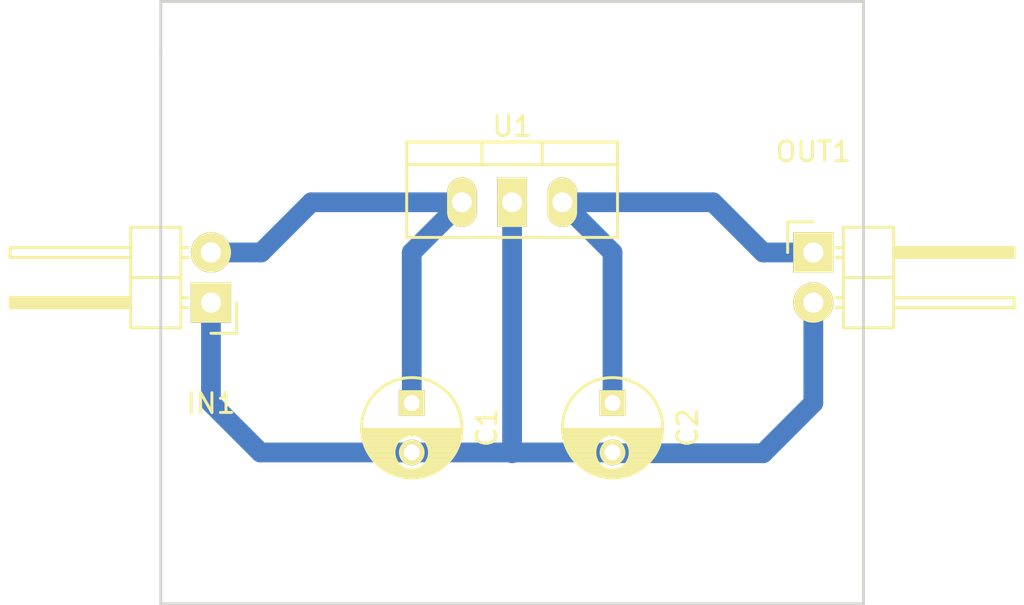
<source format=kicad_pcb>
(kicad_pcb (version 4) (host pcbnew 4.0.1-stable)

  (general
    (links 8)
    (no_connects 1)
    (area 154.224999 96.444999 206.455001 127.075001)
    (thickness 1.6)
    (drawings 5)
    (tracks 24)
    (zones 0)
    (modules 5)
    (nets 4)
  )

  (page A4)
  (layers
    (0 F.Cu signal)
    (31 B.Cu signal)
    (32 B.Adhes user)
    (33 F.Adhes user)
    (34 B.Paste user)
    (35 F.Paste user)
    (36 B.SilkS user)
    (37 F.SilkS user)
    (38 B.Mask user)
    (39 F.Mask user)
    (40 Dwgs.User user)
    (41 Cmts.User user)
    (42 Eco1.User user)
    (43 Eco2.User user)
    (44 Edge.Cuts user)
    (45 Margin user)
    (46 B.CrtYd user)
    (47 F.CrtYd user)
    (48 B.Fab user)
    (49 F.Fab user)
  )

  (setup
    (last_trace_width 1)
    (user_trace_width 1)
    (trace_clearance 0.2)
    (zone_clearance 0.508)
    (zone_45_only no)
    (trace_min 0.2)
    (segment_width 0.2)
    (edge_width 0.15)
    (via_size 0.6)
    (via_drill 0.4)
    (via_min_size 0.4)
    (via_min_drill 0.3)
    (uvia_size 0.3)
    (uvia_drill 0.1)
    (uvias_allowed no)
    (uvia_min_size 0.2)
    (uvia_min_drill 0.1)
    (pcb_text_width 0.3)
    (pcb_text_size 1.5 1.5)
    (mod_edge_width 0.15)
    (mod_text_size 1 1)
    (mod_text_width 0.15)
    (pad_size 1.524 1.524)
    (pad_drill 0.762)
    (pad_to_mask_clearance 0.2)
    (aux_axis_origin 0 0)
    (visible_elements FFFFFF7F)
    (pcbplotparams
      (layerselection 0x00030_80000001)
      (usegerberextensions false)
      (excludeedgelayer true)
      (linewidth 0.100000)
      (plotframeref false)
      (viasonmask false)
      (mode 1)
      (useauxorigin false)
      (hpglpennumber 1)
      (hpglpenspeed 20)
      (hpglpendiameter 15)
      (hpglpenoverlay 2)
      (psnegative false)
      (psa4output false)
      (plotreference true)
      (plotvalue true)
      (plotinvisibletext false)
      (padsonsilk false)
      (subtractmaskfromsilk false)
      (outputformat 1)
      (mirror false)
      (drillshape 1)
      (scaleselection 1)
      (outputdirectory ""))
  )

  (net 0 "")
  (net 1 "Net-(C1-Pad1)")
  (net 2 GND)
  (net 3 "Net-(C2-Pad1)")

  (net_class Default "This is the default net class."
    (clearance 0.2)
    (trace_width 0.25)
    (via_dia 0.6)
    (via_drill 0.4)
    (uvia_dia 0.3)
    (uvia_drill 0.1)
    (add_net GND)
    (add_net "Net-(C1-Pad1)")
    (add_net "Net-(C2-Pad1)")
  )

  (module Capacitors_ThroughHole:C_Radial_D5_L11_P2.5 (layer F.Cu) (tedit 0) (tstamp 5764F61E)
    (at 175.26 116.84 270)
    (descr "Radial Electrolytic Capacitor Diameter 5mm x Length 11mm, Pitch 2.5mm")
    (tags "Electrolytic Capacitor")
    (path /5764EAD8)
    (fp_text reference C1 (at 1.25 -3.8 270) (layer F.SilkS)
      (effects (font (size 1 1) (thickness 0.15)))
    )
    (fp_text value 10uF (at 1.25 3.8 270) (layer F.Fab)
      (effects (font (size 1 1) (thickness 0.15)))
    )
    (fp_line (start 1.325 -2.499) (end 1.325 2.499) (layer F.SilkS) (width 0.15))
    (fp_line (start 1.465 -2.491) (end 1.465 2.491) (layer F.SilkS) (width 0.15))
    (fp_line (start 1.605 -2.475) (end 1.605 -0.095) (layer F.SilkS) (width 0.15))
    (fp_line (start 1.605 0.095) (end 1.605 2.475) (layer F.SilkS) (width 0.15))
    (fp_line (start 1.745 -2.451) (end 1.745 -0.49) (layer F.SilkS) (width 0.15))
    (fp_line (start 1.745 0.49) (end 1.745 2.451) (layer F.SilkS) (width 0.15))
    (fp_line (start 1.885 -2.418) (end 1.885 -0.657) (layer F.SilkS) (width 0.15))
    (fp_line (start 1.885 0.657) (end 1.885 2.418) (layer F.SilkS) (width 0.15))
    (fp_line (start 2.025 -2.377) (end 2.025 -0.764) (layer F.SilkS) (width 0.15))
    (fp_line (start 2.025 0.764) (end 2.025 2.377) (layer F.SilkS) (width 0.15))
    (fp_line (start 2.165 -2.327) (end 2.165 -0.835) (layer F.SilkS) (width 0.15))
    (fp_line (start 2.165 0.835) (end 2.165 2.327) (layer F.SilkS) (width 0.15))
    (fp_line (start 2.305 -2.266) (end 2.305 -0.879) (layer F.SilkS) (width 0.15))
    (fp_line (start 2.305 0.879) (end 2.305 2.266) (layer F.SilkS) (width 0.15))
    (fp_line (start 2.445 -2.196) (end 2.445 -0.898) (layer F.SilkS) (width 0.15))
    (fp_line (start 2.445 0.898) (end 2.445 2.196) (layer F.SilkS) (width 0.15))
    (fp_line (start 2.585 -2.114) (end 2.585 -0.896) (layer F.SilkS) (width 0.15))
    (fp_line (start 2.585 0.896) (end 2.585 2.114) (layer F.SilkS) (width 0.15))
    (fp_line (start 2.725 -2.019) (end 2.725 -0.871) (layer F.SilkS) (width 0.15))
    (fp_line (start 2.725 0.871) (end 2.725 2.019) (layer F.SilkS) (width 0.15))
    (fp_line (start 2.865 -1.908) (end 2.865 -0.823) (layer F.SilkS) (width 0.15))
    (fp_line (start 2.865 0.823) (end 2.865 1.908) (layer F.SilkS) (width 0.15))
    (fp_line (start 3.005 -1.78) (end 3.005 -0.745) (layer F.SilkS) (width 0.15))
    (fp_line (start 3.005 0.745) (end 3.005 1.78) (layer F.SilkS) (width 0.15))
    (fp_line (start 3.145 -1.631) (end 3.145 -0.628) (layer F.SilkS) (width 0.15))
    (fp_line (start 3.145 0.628) (end 3.145 1.631) (layer F.SilkS) (width 0.15))
    (fp_line (start 3.285 -1.452) (end 3.285 -0.44) (layer F.SilkS) (width 0.15))
    (fp_line (start 3.285 0.44) (end 3.285 1.452) (layer F.SilkS) (width 0.15))
    (fp_line (start 3.425 -1.233) (end 3.425 1.233) (layer F.SilkS) (width 0.15))
    (fp_line (start 3.565 -0.944) (end 3.565 0.944) (layer F.SilkS) (width 0.15))
    (fp_line (start 3.705 -0.472) (end 3.705 0.472) (layer F.SilkS) (width 0.15))
    (fp_circle (center 2.5 0) (end 2.5 -0.9) (layer F.SilkS) (width 0.15))
    (fp_circle (center 1.25 0) (end 1.25 -2.5375) (layer F.SilkS) (width 0.15))
    (fp_circle (center 1.25 0) (end 1.25 -2.8) (layer F.CrtYd) (width 0.05))
    (pad 1 thru_hole rect (at 0 0 270) (size 1.3 1.3) (drill 0.8) (layers *.Cu *.Mask F.SilkS)
      (net 1 "Net-(C1-Pad1)"))
    (pad 2 thru_hole circle (at 2.5 0 270) (size 1.3 1.3) (drill 0.8) (layers *.Cu *.Mask F.SilkS)
      (net 2 GND))
    (model Capacitors_ThroughHole.3dshapes/C_Radial_D5_L11_P2.5.wrl
      (at (xyz 0.049213 0 0))
      (scale (xyz 1 1 1))
      (rotate (xyz 0 0 90))
    )
  )

  (module Capacitors_ThroughHole:C_Radial_D5_L11_P2.5 (layer F.Cu) (tedit 0) (tstamp 5764F624)
    (at 185.42 116.84 270)
    (descr "Radial Electrolytic Capacitor Diameter 5mm x Length 11mm, Pitch 2.5mm")
    (tags "Electrolytic Capacitor")
    (path /5764EB25)
    (fp_text reference C2 (at 1.25 -3.8 270) (layer F.SilkS)
      (effects (font (size 1 1) (thickness 0.15)))
    )
    (fp_text value 10uF (at 1.25 3.8 270) (layer F.Fab)
      (effects (font (size 1 1) (thickness 0.15)))
    )
    (fp_line (start 1.325 -2.499) (end 1.325 2.499) (layer F.SilkS) (width 0.15))
    (fp_line (start 1.465 -2.491) (end 1.465 2.491) (layer F.SilkS) (width 0.15))
    (fp_line (start 1.605 -2.475) (end 1.605 -0.095) (layer F.SilkS) (width 0.15))
    (fp_line (start 1.605 0.095) (end 1.605 2.475) (layer F.SilkS) (width 0.15))
    (fp_line (start 1.745 -2.451) (end 1.745 -0.49) (layer F.SilkS) (width 0.15))
    (fp_line (start 1.745 0.49) (end 1.745 2.451) (layer F.SilkS) (width 0.15))
    (fp_line (start 1.885 -2.418) (end 1.885 -0.657) (layer F.SilkS) (width 0.15))
    (fp_line (start 1.885 0.657) (end 1.885 2.418) (layer F.SilkS) (width 0.15))
    (fp_line (start 2.025 -2.377) (end 2.025 -0.764) (layer F.SilkS) (width 0.15))
    (fp_line (start 2.025 0.764) (end 2.025 2.377) (layer F.SilkS) (width 0.15))
    (fp_line (start 2.165 -2.327) (end 2.165 -0.835) (layer F.SilkS) (width 0.15))
    (fp_line (start 2.165 0.835) (end 2.165 2.327) (layer F.SilkS) (width 0.15))
    (fp_line (start 2.305 -2.266) (end 2.305 -0.879) (layer F.SilkS) (width 0.15))
    (fp_line (start 2.305 0.879) (end 2.305 2.266) (layer F.SilkS) (width 0.15))
    (fp_line (start 2.445 -2.196) (end 2.445 -0.898) (layer F.SilkS) (width 0.15))
    (fp_line (start 2.445 0.898) (end 2.445 2.196) (layer F.SilkS) (width 0.15))
    (fp_line (start 2.585 -2.114) (end 2.585 -0.896) (layer F.SilkS) (width 0.15))
    (fp_line (start 2.585 0.896) (end 2.585 2.114) (layer F.SilkS) (width 0.15))
    (fp_line (start 2.725 -2.019) (end 2.725 -0.871) (layer F.SilkS) (width 0.15))
    (fp_line (start 2.725 0.871) (end 2.725 2.019) (layer F.SilkS) (width 0.15))
    (fp_line (start 2.865 -1.908) (end 2.865 -0.823) (layer F.SilkS) (width 0.15))
    (fp_line (start 2.865 0.823) (end 2.865 1.908) (layer F.SilkS) (width 0.15))
    (fp_line (start 3.005 -1.78) (end 3.005 -0.745) (layer F.SilkS) (width 0.15))
    (fp_line (start 3.005 0.745) (end 3.005 1.78) (layer F.SilkS) (width 0.15))
    (fp_line (start 3.145 -1.631) (end 3.145 -0.628) (layer F.SilkS) (width 0.15))
    (fp_line (start 3.145 0.628) (end 3.145 1.631) (layer F.SilkS) (width 0.15))
    (fp_line (start 3.285 -1.452) (end 3.285 -0.44) (layer F.SilkS) (width 0.15))
    (fp_line (start 3.285 0.44) (end 3.285 1.452) (layer F.SilkS) (width 0.15))
    (fp_line (start 3.425 -1.233) (end 3.425 1.233) (layer F.SilkS) (width 0.15))
    (fp_line (start 3.565 -0.944) (end 3.565 0.944) (layer F.SilkS) (width 0.15))
    (fp_line (start 3.705 -0.472) (end 3.705 0.472) (layer F.SilkS) (width 0.15))
    (fp_circle (center 2.5 0) (end 2.5 -0.9) (layer F.SilkS) (width 0.15))
    (fp_circle (center 1.25 0) (end 1.25 -2.5375) (layer F.SilkS) (width 0.15))
    (fp_circle (center 1.25 0) (end 1.25 -2.8) (layer F.CrtYd) (width 0.05))
    (pad 1 thru_hole rect (at 0 0 270) (size 1.3 1.3) (drill 0.8) (layers *.Cu *.Mask F.SilkS)
      (net 3 "Net-(C2-Pad1)"))
    (pad 2 thru_hole circle (at 2.5 0 270) (size 1.3 1.3) (drill 0.8) (layers *.Cu *.Mask F.SilkS)
      (net 2 GND))
    (model Capacitors_ThroughHole.3dshapes/C_Radial_D5_L11_P2.5.wrl
      (at (xyz 0.049213 0 0))
      (scale (xyz 1 1 1))
      (rotate (xyz 0 0 90))
    )
  )

  (module Pin_Headers:Pin_Header_Angled_1x02 (layer F.Cu) (tedit 0) (tstamp 5764F62A)
    (at 165.1 111.76 180)
    (descr "Through hole pin header")
    (tags "pin header")
    (path /5764EB98)
    (fp_text reference IN1 (at 0 -5.1 180) (layer F.SilkS)
      (effects (font (size 1 1) (thickness 0.15)))
    )
    (fp_text value CONN_01X02 (at 0 -3.1 180) (layer F.Fab)
      (effects (font (size 1 1) (thickness 0.15)))
    )
    (fp_line (start -1.5 -1.75) (end -1.5 4.3) (layer F.CrtYd) (width 0.05))
    (fp_line (start 10.65 -1.75) (end 10.65 4.3) (layer F.CrtYd) (width 0.05))
    (fp_line (start -1.5 -1.75) (end 10.65 -1.75) (layer F.CrtYd) (width 0.05))
    (fp_line (start -1.5 4.3) (end 10.65 4.3) (layer F.CrtYd) (width 0.05))
    (fp_line (start -1.3 -1.55) (end -1.3 0) (layer F.SilkS) (width 0.15))
    (fp_line (start 0 -1.55) (end -1.3 -1.55) (layer F.SilkS) (width 0.15))
    (fp_line (start 4.191 -0.127) (end 10.033 -0.127) (layer F.SilkS) (width 0.15))
    (fp_line (start 10.033 -0.127) (end 10.033 0.127) (layer F.SilkS) (width 0.15))
    (fp_line (start 10.033 0.127) (end 4.191 0.127) (layer F.SilkS) (width 0.15))
    (fp_line (start 4.191 0.127) (end 4.191 0) (layer F.SilkS) (width 0.15))
    (fp_line (start 4.191 0) (end 10.033 0) (layer F.SilkS) (width 0.15))
    (fp_line (start 1.524 -0.254) (end 1.143 -0.254) (layer F.SilkS) (width 0.15))
    (fp_line (start 1.524 0.254) (end 1.143 0.254) (layer F.SilkS) (width 0.15))
    (fp_line (start 1.524 2.286) (end 1.143 2.286) (layer F.SilkS) (width 0.15))
    (fp_line (start 1.524 2.794) (end 1.143 2.794) (layer F.SilkS) (width 0.15))
    (fp_line (start 1.524 -1.27) (end 4.064 -1.27) (layer F.SilkS) (width 0.15))
    (fp_line (start 1.524 1.27) (end 4.064 1.27) (layer F.SilkS) (width 0.15))
    (fp_line (start 1.524 1.27) (end 1.524 3.81) (layer F.SilkS) (width 0.15))
    (fp_line (start 1.524 3.81) (end 4.064 3.81) (layer F.SilkS) (width 0.15))
    (fp_line (start 4.064 2.286) (end 10.16 2.286) (layer F.SilkS) (width 0.15))
    (fp_line (start 10.16 2.286) (end 10.16 2.794) (layer F.SilkS) (width 0.15))
    (fp_line (start 10.16 2.794) (end 4.064 2.794) (layer F.SilkS) (width 0.15))
    (fp_line (start 4.064 3.81) (end 4.064 1.27) (layer F.SilkS) (width 0.15))
    (fp_line (start 4.064 1.27) (end 4.064 -1.27) (layer F.SilkS) (width 0.15))
    (fp_line (start 10.16 0.254) (end 4.064 0.254) (layer F.SilkS) (width 0.15))
    (fp_line (start 10.16 -0.254) (end 10.16 0.254) (layer F.SilkS) (width 0.15))
    (fp_line (start 4.064 -0.254) (end 10.16 -0.254) (layer F.SilkS) (width 0.15))
    (fp_line (start 1.524 1.27) (end 4.064 1.27) (layer F.SilkS) (width 0.15))
    (fp_line (start 1.524 -1.27) (end 1.524 1.27) (layer F.SilkS) (width 0.15))
    (pad 1 thru_hole rect (at 0 0 180) (size 2.032 2.032) (drill 1.016) (layers *.Cu *.Mask F.SilkS)
      (net 2 GND))
    (pad 2 thru_hole oval (at 0 2.54 180) (size 2.032 2.032) (drill 1.016) (layers *.Cu *.Mask F.SilkS)
      (net 1 "Net-(C1-Pad1)"))
    (model Pin_Headers.3dshapes/Pin_Header_Angled_1x02.wrl
      (at (xyz 0 -0.05 0))
      (scale (xyz 1 1 1))
      (rotate (xyz 0 0 90))
    )
  )

  (module Pin_Headers:Pin_Header_Angled_1x02 (layer F.Cu) (tedit 0) (tstamp 5764F630)
    (at 195.58 109.22)
    (descr "Through hole pin header")
    (tags "pin header")
    (path /5764EBF4)
    (fp_text reference OUT1 (at 0 -5.1) (layer F.SilkS)
      (effects (font (size 1 1) (thickness 0.15)))
    )
    (fp_text value CONN_01X02 (at 0 -3.1) (layer F.Fab)
      (effects (font (size 1 1) (thickness 0.15)))
    )
    (fp_line (start -1.5 -1.75) (end -1.5 4.3) (layer F.CrtYd) (width 0.05))
    (fp_line (start 10.65 -1.75) (end 10.65 4.3) (layer F.CrtYd) (width 0.05))
    (fp_line (start -1.5 -1.75) (end 10.65 -1.75) (layer F.CrtYd) (width 0.05))
    (fp_line (start -1.5 4.3) (end 10.65 4.3) (layer F.CrtYd) (width 0.05))
    (fp_line (start -1.3 -1.55) (end -1.3 0) (layer F.SilkS) (width 0.15))
    (fp_line (start 0 -1.55) (end -1.3 -1.55) (layer F.SilkS) (width 0.15))
    (fp_line (start 4.191 -0.127) (end 10.033 -0.127) (layer F.SilkS) (width 0.15))
    (fp_line (start 10.033 -0.127) (end 10.033 0.127) (layer F.SilkS) (width 0.15))
    (fp_line (start 10.033 0.127) (end 4.191 0.127) (layer F.SilkS) (width 0.15))
    (fp_line (start 4.191 0.127) (end 4.191 0) (layer F.SilkS) (width 0.15))
    (fp_line (start 4.191 0) (end 10.033 0) (layer F.SilkS) (width 0.15))
    (fp_line (start 1.524 -0.254) (end 1.143 -0.254) (layer F.SilkS) (width 0.15))
    (fp_line (start 1.524 0.254) (end 1.143 0.254) (layer F.SilkS) (width 0.15))
    (fp_line (start 1.524 2.286) (end 1.143 2.286) (layer F.SilkS) (width 0.15))
    (fp_line (start 1.524 2.794) (end 1.143 2.794) (layer F.SilkS) (width 0.15))
    (fp_line (start 1.524 -1.27) (end 4.064 -1.27) (layer F.SilkS) (width 0.15))
    (fp_line (start 1.524 1.27) (end 4.064 1.27) (layer F.SilkS) (width 0.15))
    (fp_line (start 1.524 1.27) (end 1.524 3.81) (layer F.SilkS) (width 0.15))
    (fp_line (start 1.524 3.81) (end 4.064 3.81) (layer F.SilkS) (width 0.15))
    (fp_line (start 4.064 2.286) (end 10.16 2.286) (layer F.SilkS) (width 0.15))
    (fp_line (start 10.16 2.286) (end 10.16 2.794) (layer F.SilkS) (width 0.15))
    (fp_line (start 10.16 2.794) (end 4.064 2.794) (layer F.SilkS) (width 0.15))
    (fp_line (start 4.064 3.81) (end 4.064 1.27) (layer F.SilkS) (width 0.15))
    (fp_line (start 4.064 1.27) (end 4.064 -1.27) (layer F.SilkS) (width 0.15))
    (fp_line (start 10.16 0.254) (end 4.064 0.254) (layer F.SilkS) (width 0.15))
    (fp_line (start 10.16 -0.254) (end 10.16 0.254) (layer F.SilkS) (width 0.15))
    (fp_line (start 4.064 -0.254) (end 10.16 -0.254) (layer F.SilkS) (width 0.15))
    (fp_line (start 1.524 1.27) (end 4.064 1.27) (layer F.SilkS) (width 0.15))
    (fp_line (start 1.524 -1.27) (end 1.524 1.27) (layer F.SilkS) (width 0.15))
    (pad 1 thru_hole rect (at 0 0) (size 2.032 2.032) (drill 1.016) (layers *.Cu *.Mask F.SilkS)
      (net 3 "Net-(C2-Pad1)"))
    (pad 2 thru_hole oval (at 0 2.54) (size 2.032 2.032) (drill 1.016) (layers *.Cu *.Mask F.SilkS)
      (net 2 GND))
    (model Pin_Headers.3dshapes/Pin_Header_Angled_1x02.wrl
      (at (xyz 0 -0.05 0))
      (scale (xyz 1 1 1))
      (rotate (xyz 0 0 90))
    )
  )

  (module Diodes_ThroughHole:Diode_TO-220_Dual_CommonCathode_Vertical (layer F.Cu) (tedit 5538ADCA) (tstamp 5764F637)
    (at 177.8 106.68)
    (descr "TO-220, Diode, Dual, Common Cathode,Vertical,")
    (tags "TO-220, Diode, Dual, Common Cathode, Vertical,")
    (path /5764EA9F)
    (fp_text reference U1 (at 2.54762 -3.83794) (layer F.SilkS)
      (effects (font (size 1 1) (thickness 0.15)))
    )
    (fp_text value LM7805CT (at 2.55778 2.83972) (layer F.Fab)
      (effects (font (size 1 1) (thickness 0.15)))
    )
    (fp_line (start 1.01346 -3.048) (end 1.01346 -1.905) (layer F.SilkS) (width 0.15))
    (fp_line (start 4.06146 -3.048) (end 4.06146 -1.905) (layer F.SilkS) (width 0.15))
    (fp_line (start 7.87146 -1.905) (end 7.87146 1.778) (layer F.SilkS) (width 0.15))
    (fp_line (start 7.87146 1.778) (end -2.79654 1.778) (layer F.SilkS) (width 0.15))
    (fp_line (start -2.79654 1.778) (end -2.79654 -1.905) (layer F.SilkS) (width 0.15))
    (fp_line (start 7.87146 -3.048) (end 7.87146 -1.905) (layer F.SilkS) (width 0.15))
    (fp_line (start 7.87146 -1.905) (end -2.79654 -1.905) (layer F.SilkS) (width 0.15))
    (fp_line (start -2.79654 -1.905) (end -2.79654 -3.048) (layer F.SilkS) (width 0.15))
    (fp_line (start 2.53746 -3.048) (end -2.79654 -3.048) (layer F.SilkS) (width 0.15))
    (fp_line (start 2.53746 -3.048) (end 7.87146 -3.048) (layer F.SilkS) (width 0.15))
    (pad 2 thru_hole rect (at 2.53746 0 90) (size 2.49936 1.50114) (drill 1.00076) (layers *.Cu *.Mask F.SilkS)
      (net 2 GND))
    (pad 1 thru_hole oval (at -0.00254 0 90) (size 2.49936 1.50114) (drill 1.00076) (layers *.Cu *.Mask F.SilkS)
      (net 1 "Net-(C1-Pad1)"))
    (pad 3 thru_hole oval (at 5.07746 0 90) (size 2.49936 1.50114) (drill 1.00076) (layers *.Cu *.Mask F.SilkS)
      (net 3 "Net-(C2-Pad1)"))
    (model Diodes_ThroughHole.3dshapes/Diode_TO-220_Dual_CommonCathode_Vertical.wrl
      (at (xyz 0.1 0 0))
      (scale (xyz 0.3937 0.3937 0.3937))
      (rotate (xyz 0 0 0))
    )
  )

  (gr_line (start 162.56 96.52) (end 162.56 99.06) (angle 90) (layer Edge.Cuts) (width 0.15))
  (gr_line (start 198.12 96.52) (end 162.56 96.52) (angle 90) (layer Edge.Cuts) (width 0.15))
  (gr_line (start 198.12 127) (end 198.12 96.52) (angle 90) (layer Edge.Cuts) (width 0.15))
  (gr_line (start 162.56 127) (end 198.12 127) (angle 90) (layer Edge.Cuts) (width 0.15))
  (gr_line (start 162.56 99.06) (end 162.56 127) (angle 90) (layer Edge.Cuts) (width 0.15))

  (segment (start 175.26 116.84) (end 175.26 109.22) (width 1) (layer B.Cu) (net 1))
  (segment (start 175.26 109.22) (end 177.79746 106.68254) (width 1) (layer B.Cu) (net 1) (tstamp 5764FD0D))
  (segment (start 177.79746 106.68254) (end 177.79746 106.68) (width 1) (layer B.Cu) (net 1) (tstamp 5764FD0E))
  (segment (start 165.1 109.22) (end 167.64 109.22) (width 1) (layer B.Cu) (net 1))
  (segment (start 170.18 106.68) (end 177.79746 106.68) (width 1) (layer B.Cu) (net 1) (tstamp 5764FC6D))
  (segment (start 167.64 109.22) (end 170.18 106.68) (width 1) (layer B.Cu) (net 1) (tstamp 5764FC6B))
  (segment (start 193.04 119.38) (end 195.58 116.84) (width 1) (layer B.Cu) (net 2) (tstamp 5764FD20))
  (segment (start 195.58 116.84) (end 195.58 111.76) (width 1) (layer B.Cu) (net 2) (tstamp 5764FD24))
  (segment (start 180.33746 106.68) (end 180.33746 119.34) (width 1) (layer B.Cu) (net 2))
  (segment (start 180.34 119.38) (end 180.34 119.34) (width 1) (layer B.Cu) (net 2) (tstamp 5764FD32))
  (segment (start 180.34 119.34254) (end 180.34 119.38) (width 1) (layer B.Cu) (net 2) (tstamp 5764FD30))
  (segment (start 180.33746 119.34) (end 180.34 119.34254) (width 1) (layer B.Cu) (net 2) (tstamp 5764FD2E))
  (segment (start 165.1 111.76) (end 165.1 116.84) (width 1) (layer B.Cu) (net 2))
  (segment (start 167.6 119.34) (end 180.34 119.34) (width 1) (layer B.Cu) (net 2) (tstamp 5764FD1A))
  (segment (start 180.34 119.34) (end 185.38 119.34) (width 1) (layer B.Cu) (net 2) (tstamp 5764FD33))
  (segment (start 165.1 116.84) (end 167.6 119.34) (width 1) (layer B.Cu) (net 2) (tstamp 5764FD19))
  (segment (start 185.38 119.34) (end 185.42 119.38) (width 1) (layer B.Cu) (net 2) (tstamp 5764FD1C))
  (segment (start 185.42 119.38) (end 193.04 119.38) (width 1) (layer B.Cu) (net 2) (tstamp 5764FD1E))
  (segment (start 193.04 109.22) (end 195.58 109.22) (width 1) (layer B.Cu) (net 3) (tstamp 5764FD16))
  (segment (start 182.87746 106.68) (end 190.5 106.68) (width 1) (layer B.Cu) (net 3))
  (segment (start 190.5 106.68) (end 193.04 109.22) (width 1) (layer B.Cu) (net 3) (tstamp 5764FD15))
  (segment (start 185.42 116.84) (end 185.42 109.22) (width 1) (layer B.Cu) (net 3))
  (segment (start 185.42 109.22) (end 182.88 106.68) (width 1) (layer B.Cu) (net 3) (tstamp 5764FD11))
  (segment (start 182.88 106.68) (end 182.87746 106.68) (width 1) (layer B.Cu) (net 3) (tstamp 5764FD12))

)

</source>
